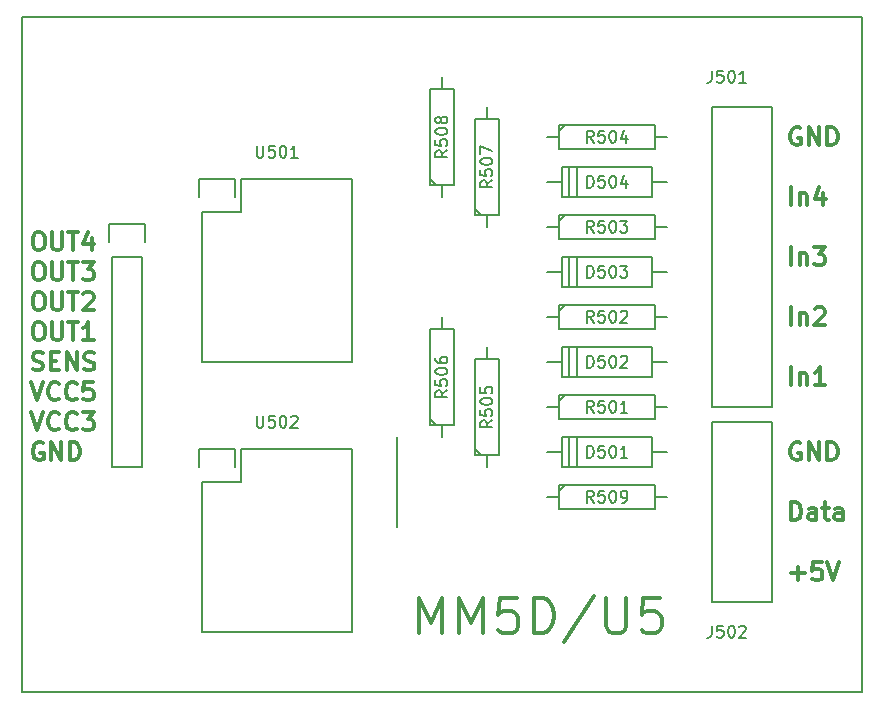
<source format=gbr>
G04 #@! TF.FileFunction,Legend,Top*
%FSLAX46Y46*%
G04 Gerber Fmt 4.6, Leading zero omitted, Abs format (unit mm)*
G04 Created by KiCad (PCBNEW 4.0.5+dfsg1-4) date Fri Feb 14 20:23:08 2020*
%MOMM*%
%LPD*%
G01*
G04 APERTURE LIST*
%ADD10C,0.150000*%
%ADD11C,0.300000*%
%ADD12C,0.200000*%
G04 APERTURE END LIST*
D10*
D11*
X133930715Y-123277143D02*
X133930715Y-120277143D01*
X134930715Y-122420000D01*
X135930715Y-120277143D01*
X135930715Y-123277143D01*
X137359286Y-123277143D02*
X137359286Y-120277143D01*
X138359286Y-122420000D01*
X139359286Y-120277143D01*
X139359286Y-123277143D01*
X142216428Y-120277143D02*
X140787857Y-120277143D01*
X140645000Y-121705714D01*
X140787857Y-121562857D01*
X141073571Y-121420000D01*
X141787857Y-121420000D01*
X142073571Y-121562857D01*
X142216428Y-121705714D01*
X142359285Y-121991429D01*
X142359285Y-122705714D01*
X142216428Y-122991429D01*
X142073571Y-123134286D01*
X141787857Y-123277143D01*
X141073571Y-123277143D01*
X140787857Y-123134286D01*
X140645000Y-122991429D01*
X143645000Y-123277143D02*
X143645000Y-120277143D01*
X144359285Y-120277143D01*
X144787857Y-120420000D01*
X145073571Y-120705714D01*
X145216428Y-120991429D01*
X145359285Y-121562857D01*
X145359285Y-121991429D01*
X145216428Y-122562857D01*
X145073571Y-122848571D01*
X144787857Y-123134286D01*
X144359285Y-123277143D01*
X143645000Y-123277143D01*
X148787857Y-120134286D02*
X146216428Y-123991429D01*
X149787857Y-120277143D02*
X149787857Y-122705714D01*
X149930714Y-122991429D01*
X150073571Y-123134286D01*
X150359285Y-123277143D01*
X150930714Y-123277143D01*
X151216428Y-123134286D01*
X151359285Y-122991429D01*
X151502142Y-122705714D01*
X151502142Y-120277143D01*
X154359285Y-120277143D02*
X152930714Y-120277143D01*
X152787857Y-121705714D01*
X152930714Y-121562857D01*
X153216428Y-121420000D01*
X153930714Y-121420000D01*
X154216428Y-121562857D01*
X154359285Y-121705714D01*
X154502142Y-121991429D01*
X154502142Y-122705714D01*
X154359285Y-122991429D01*
X154216428Y-123134286D01*
X153930714Y-123277143D01*
X153216428Y-123277143D01*
X152930714Y-123134286D01*
X152787857Y-122991429D01*
X101607857Y-89348571D02*
X101893571Y-89348571D01*
X102036429Y-89420000D01*
X102179286Y-89562857D01*
X102250714Y-89848571D01*
X102250714Y-90348571D01*
X102179286Y-90634286D01*
X102036429Y-90777143D01*
X101893571Y-90848571D01*
X101607857Y-90848571D01*
X101465000Y-90777143D01*
X101322143Y-90634286D01*
X101250714Y-90348571D01*
X101250714Y-89848571D01*
X101322143Y-89562857D01*
X101465000Y-89420000D01*
X101607857Y-89348571D01*
X102893572Y-89348571D02*
X102893572Y-90562857D01*
X102965000Y-90705714D01*
X103036429Y-90777143D01*
X103179286Y-90848571D01*
X103465000Y-90848571D01*
X103607858Y-90777143D01*
X103679286Y-90705714D01*
X103750715Y-90562857D01*
X103750715Y-89348571D01*
X104250715Y-89348571D02*
X105107858Y-89348571D01*
X104679287Y-90848571D02*
X104679287Y-89348571D01*
X106250715Y-89848571D02*
X106250715Y-90848571D01*
X105893572Y-89277143D02*
X105536429Y-90348571D01*
X106465001Y-90348571D01*
X101607857Y-91888571D02*
X101893571Y-91888571D01*
X102036429Y-91960000D01*
X102179286Y-92102857D01*
X102250714Y-92388571D01*
X102250714Y-92888571D01*
X102179286Y-93174286D01*
X102036429Y-93317143D01*
X101893571Y-93388571D01*
X101607857Y-93388571D01*
X101465000Y-93317143D01*
X101322143Y-93174286D01*
X101250714Y-92888571D01*
X101250714Y-92388571D01*
X101322143Y-92102857D01*
X101465000Y-91960000D01*
X101607857Y-91888571D01*
X102893572Y-91888571D02*
X102893572Y-93102857D01*
X102965000Y-93245714D01*
X103036429Y-93317143D01*
X103179286Y-93388571D01*
X103465000Y-93388571D01*
X103607858Y-93317143D01*
X103679286Y-93245714D01*
X103750715Y-93102857D01*
X103750715Y-91888571D01*
X104250715Y-91888571D02*
X105107858Y-91888571D01*
X104679287Y-93388571D02*
X104679287Y-91888571D01*
X105465001Y-91888571D02*
X106393572Y-91888571D01*
X105893572Y-92460000D01*
X106107858Y-92460000D01*
X106250715Y-92531429D01*
X106322144Y-92602857D01*
X106393572Y-92745714D01*
X106393572Y-93102857D01*
X106322144Y-93245714D01*
X106250715Y-93317143D01*
X106107858Y-93388571D01*
X105679286Y-93388571D01*
X105536429Y-93317143D01*
X105465001Y-93245714D01*
X101607857Y-94428571D02*
X101893571Y-94428571D01*
X102036429Y-94500000D01*
X102179286Y-94642857D01*
X102250714Y-94928571D01*
X102250714Y-95428571D01*
X102179286Y-95714286D01*
X102036429Y-95857143D01*
X101893571Y-95928571D01*
X101607857Y-95928571D01*
X101465000Y-95857143D01*
X101322143Y-95714286D01*
X101250714Y-95428571D01*
X101250714Y-94928571D01*
X101322143Y-94642857D01*
X101465000Y-94500000D01*
X101607857Y-94428571D01*
X102893572Y-94428571D02*
X102893572Y-95642857D01*
X102965000Y-95785714D01*
X103036429Y-95857143D01*
X103179286Y-95928571D01*
X103465000Y-95928571D01*
X103607858Y-95857143D01*
X103679286Y-95785714D01*
X103750715Y-95642857D01*
X103750715Y-94428571D01*
X104250715Y-94428571D02*
X105107858Y-94428571D01*
X104679287Y-95928571D02*
X104679287Y-94428571D01*
X105536429Y-94571429D02*
X105607858Y-94500000D01*
X105750715Y-94428571D01*
X106107858Y-94428571D01*
X106250715Y-94500000D01*
X106322144Y-94571429D01*
X106393572Y-94714286D01*
X106393572Y-94857143D01*
X106322144Y-95071429D01*
X105465001Y-95928571D01*
X106393572Y-95928571D01*
X101607857Y-96968571D02*
X101893571Y-96968571D01*
X102036429Y-97040000D01*
X102179286Y-97182857D01*
X102250714Y-97468571D01*
X102250714Y-97968571D01*
X102179286Y-98254286D01*
X102036429Y-98397143D01*
X101893571Y-98468571D01*
X101607857Y-98468571D01*
X101465000Y-98397143D01*
X101322143Y-98254286D01*
X101250714Y-97968571D01*
X101250714Y-97468571D01*
X101322143Y-97182857D01*
X101465000Y-97040000D01*
X101607857Y-96968571D01*
X102893572Y-96968571D02*
X102893572Y-98182857D01*
X102965000Y-98325714D01*
X103036429Y-98397143D01*
X103179286Y-98468571D01*
X103465000Y-98468571D01*
X103607858Y-98397143D01*
X103679286Y-98325714D01*
X103750715Y-98182857D01*
X103750715Y-96968571D01*
X104250715Y-96968571D02*
X105107858Y-96968571D01*
X104679287Y-98468571D02*
X104679287Y-96968571D01*
X106393572Y-98468571D02*
X105536429Y-98468571D01*
X105965001Y-98468571D02*
X105965001Y-96968571D01*
X105822144Y-97182857D01*
X105679286Y-97325714D01*
X105536429Y-97397143D01*
X101250714Y-100937143D02*
X101465000Y-101008571D01*
X101822143Y-101008571D01*
X101965000Y-100937143D01*
X102036429Y-100865714D01*
X102107857Y-100722857D01*
X102107857Y-100580000D01*
X102036429Y-100437143D01*
X101965000Y-100365714D01*
X101822143Y-100294286D01*
X101536429Y-100222857D01*
X101393571Y-100151429D01*
X101322143Y-100080000D01*
X101250714Y-99937143D01*
X101250714Y-99794286D01*
X101322143Y-99651429D01*
X101393571Y-99580000D01*
X101536429Y-99508571D01*
X101893571Y-99508571D01*
X102107857Y-99580000D01*
X102750714Y-100222857D02*
X103250714Y-100222857D01*
X103465000Y-101008571D02*
X102750714Y-101008571D01*
X102750714Y-99508571D01*
X103465000Y-99508571D01*
X104107857Y-101008571D02*
X104107857Y-99508571D01*
X104965000Y-101008571D01*
X104965000Y-99508571D01*
X105607857Y-100937143D02*
X105822143Y-101008571D01*
X106179286Y-101008571D01*
X106322143Y-100937143D01*
X106393572Y-100865714D01*
X106465000Y-100722857D01*
X106465000Y-100580000D01*
X106393572Y-100437143D01*
X106322143Y-100365714D01*
X106179286Y-100294286D01*
X105893572Y-100222857D01*
X105750714Y-100151429D01*
X105679286Y-100080000D01*
X105607857Y-99937143D01*
X105607857Y-99794286D01*
X105679286Y-99651429D01*
X105750714Y-99580000D01*
X105893572Y-99508571D01*
X106250714Y-99508571D01*
X106465000Y-99580000D01*
X101107857Y-102048571D02*
X101607857Y-103548571D01*
X102107857Y-102048571D01*
X103465000Y-103405714D02*
X103393571Y-103477143D01*
X103179285Y-103548571D01*
X103036428Y-103548571D01*
X102822143Y-103477143D01*
X102679285Y-103334286D01*
X102607857Y-103191429D01*
X102536428Y-102905714D01*
X102536428Y-102691429D01*
X102607857Y-102405714D01*
X102679285Y-102262857D01*
X102822143Y-102120000D01*
X103036428Y-102048571D01*
X103179285Y-102048571D01*
X103393571Y-102120000D01*
X103465000Y-102191429D01*
X104965000Y-103405714D02*
X104893571Y-103477143D01*
X104679285Y-103548571D01*
X104536428Y-103548571D01*
X104322143Y-103477143D01*
X104179285Y-103334286D01*
X104107857Y-103191429D01*
X104036428Y-102905714D01*
X104036428Y-102691429D01*
X104107857Y-102405714D01*
X104179285Y-102262857D01*
X104322143Y-102120000D01*
X104536428Y-102048571D01*
X104679285Y-102048571D01*
X104893571Y-102120000D01*
X104965000Y-102191429D01*
X106322143Y-102048571D02*
X105607857Y-102048571D01*
X105536428Y-102762857D01*
X105607857Y-102691429D01*
X105750714Y-102620000D01*
X106107857Y-102620000D01*
X106250714Y-102691429D01*
X106322143Y-102762857D01*
X106393571Y-102905714D01*
X106393571Y-103262857D01*
X106322143Y-103405714D01*
X106250714Y-103477143D01*
X106107857Y-103548571D01*
X105750714Y-103548571D01*
X105607857Y-103477143D01*
X105536428Y-103405714D01*
D12*
X132080000Y-114300000D02*
X132080000Y-106680000D01*
D11*
X165457143Y-118217143D02*
X166600000Y-118217143D01*
X166028571Y-118788571D02*
X166028571Y-117645714D01*
X168028572Y-117288571D02*
X167314286Y-117288571D01*
X167242857Y-118002857D01*
X167314286Y-117931429D01*
X167457143Y-117860000D01*
X167814286Y-117860000D01*
X167957143Y-117931429D01*
X168028572Y-118002857D01*
X168100000Y-118145714D01*
X168100000Y-118502857D01*
X168028572Y-118645714D01*
X167957143Y-118717143D01*
X167814286Y-118788571D01*
X167457143Y-118788571D01*
X167314286Y-118717143D01*
X167242857Y-118645714D01*
X168528571Y-117288571D02*
X169028571Y-118788571D01*
X169528571Y-117288571D01*
X165457143Y-113708571D02*
X165457143Y-112208571D01*
X165814286Y-112208571D01*
X166028571Y-112280000D01*
X166171429Y-112422857D01*
X166242857Y-112565714D01*
X166314286Y-112851429D01*
X166314286Y-113065714D01*
X166242857Y-113351429D01*
X166171429Y-113494286D01*
X166028571Y-113637143D01*
X165814286Y-113708571D01*
X165457143Y-113708571D01*
X167600000Y-113708571D02*
X167600000Y-112922857D01*
X167528571Y-112780000D01*
X167385714Y-112708571D01*
X167100000Y-112708571D01*
X166957143Y-112780000D01*
X167600000Y-113637143D02*
X167457143Y-113708571D01*
X167100000Y-113708571D01*
X166957143Y-113637143D01*
X166885714Y-113494286D01*
X166885714Y-113351429D01*
X166957143Y-113208571D01*
X167100000Y-113137143D01*
X167457143Y-113137143D01*
X167600000Y-113065714D01*
X168100000Y-112708571D02*
X168671429Y-112708571D01*
X168314286Y-112208571D02*
X168314286Y-113494286D01*
X168385714Y-113637143D01*
X168528572Y-113708571D01*
X168671429Y-113708571D01*
X169814286Y-113708571D02*
X169814286Y-112922857D01*
X169742857Y-112780000D01*
X169600000Y-112708571D01*
X169314286Y-112708571D01*
X169171429Y-112780000D01*
X169814286Y-113637143D02*
X169671429Y-113708571D01*
X169314286Y-113708571D01*
X169171429Y-113637143D01*
X169100000Y-113494286D01*
X169100000Y-113351429D01*
X169171429Y-113208571D01*
X169314286Y-113137143D01*
X169671429Y-113137143D01*
X169814286Y-113065714D01*
X166242857Y-107200000D02*
X166100000Y-107128571D01*
X165885714Y-107128571D01*
X165671429Y-107200000D01*
X165528571Y-107342857D01*
X165457143Y-107485714D01*
X165385714Y-107771429D01*
X165385714Y-107985714D01*
X165457143Y-108271429D01*
X165528571Y-108414286D01*
X165671429Y-108557143D01*
X165885714Y-108628571D01*
X166028571Y-108628571D01*
X166242857Y-108557143D01*
X166314286Y-108485714D01*
X166314286Y-107985714D01*
X166028571Y-107985714D01*
X166957143Y-108628571D02*
X166957143Y-107128571D01*
X167814286Y-108628571D01*
X167814286Y-107128571D01*
X168528572Y-108628571D02*
X168528572Y-107128571D01*
X168885715Y-107128571D01*
X169100000Y-107200000D01*
X169242858Y-107342857D01*
X169314286Y-107485714D01*
X169385715Y-107771429D01*
X169385715Y-107985714D01*
X169314286Y-108271429D01*
X169242858Y-108414286D01*
X169100000Y-108557143D01*
X168885715Y-108628571D01*
X168528572Y-108628571D01*
X165457143Y-102278571D02*
X165457143Y-100778571D01*
X166171429Y-101278571D02*
X166171429Y-102278571D01*
X166171429Y-101421429D02*
X166242857Y-101350000D01*
X166385715Y-101278571D01*
X166600000Y-101278571D01*
X166742857Y-101350000D01*
X166814286Y-101492857D01*
X166814286Y-102278571D01*
X168314286Y-102278571D02*
X167457143Y-102278571D01*
X167885715Y-102278571D02*
X167885715Y-100778571D01*
X167742858Y-100992857D01*
X167600000Y-101135714D01*
X167457143Y-101207143D01*
X165457143Y-97198571D02*
X165457143Y-95698571D01*
X166171429Y-96198571D02*
X166171429Y-97198571D01*
X166171429Y-96341429D02*
X166242857Y-96270000D01*
X166385715Y-96198571D01*
X166600000Y-96198571D01*
X166742857Y-96270000D01*
X166814286Y-96412857D01*
X166814286Y-97198571D01*
X167457143Y-95841429D02*
X167528572Y-95770000D01*
X167671429Y-95698571D01*
X168028572Y-95698571D01*
X168171429Y-95770000D01*
X168242858Y-95841429D01*
X168314286Y-95984286D01*
X168314286Y-96127143D01*
X168242858Y-96341429D01*
X167385715Y-97198571D01*
X168314286Y-97198571D01*
X165457143Y-92118571D02*
X165457143Y-90618571D01*
X166171429Y-91118571D02*
X166171429Y-92118571D01*
X166171429Y-91261429D02*
X166242857Y-91190000D01*
X166385715Y-91118571D01*
X166600000Y-91118571D01*
X166742857Y-91190000D01*
X166814286Y-91332857D01*
X166814286Y-92118571D01*
X167385715Y-90618571D02*
X168314286Y-90618571D01*
X167814286Y-91190000D01*
X168028572Y-91190000D01*
X168171429Y-91261429D01*
X168242858Y-91332857D01*
X168314286Y-91475714D01*
X168314286Y-91832857D01*
X168242858Y-91975714D01*
X168171429Y-92047143D01*
X168028572Y-92118571D01*
X167600000Y-92118571D01*
X167457143Y-92047143D01*
X167385715Y-91975714D01*
X165457143Y-87038571D02*
X165457143Y-85538571D01*
X166171429Y-86038571D02*
X166171429Y-87038571D01*
X166171429Y-86181429D02*
X166242857Y-86110000D01*
X166385715Y-86038571D01*
X166600000Y-86038571D01*
X166742857Y-86110000D01*
X166814286Y-86252857D01*
X166814286Y-87038571D01*
X168171429Y-86038571D02*
X168171429Y-87038571D01*
X167814286Y-85467143D02*
X167457143Y-86538571D01*
X168385715Y-86538571D01*
D12*
X158750000Y-120650000D02*
X158750000Y-105410000D01*
X163830000Y-120650000D02*
X158750000Y-120650000D01*
X163830000Y-105410000D02*
X163830000Y-120650000D01*
X158750000Y-105410000D02*
X163830000Y-105410000D01*
X163830000Y-104140000D02*
X163830000Y-78740000D01*
X158750000Y-104140000D02*
X163830000Y-104140000D01*
X158750000Y-78740000D02*
X158750000Y-104140000D01*
X163830000Y-78740000D02*
X158750000Y-78740000D01*
D11*
X166242857Y-80530000D02*
X166100000Y-80458571D01*
X165885714Y-80458571D01*
X165671429Y-80530000D01*
X165528571Y-80672857D01*
X165457143Y-80815714D01*
X165385714Y-81101429D01*
X165385714Y-81315714D01*
X165457143Y-81601429D01*
X165528571Y-81744286D01*
X165671429Y-81887143D01*
X165885714Y-81958571D01*
X166028571Y-81958571D01*
X166242857Y-81887143D01*
X166314286Y-81815714D01*
X166314286Y-81315714D01*
X166028571Y-81315714D01*
X166957143Y-81958571D02*
X166957143Y-80458571D01*
X167814286Y-81958571D01*
X167814286Y-80458571D01*
X168528572Y-81958571D02*
X168528572Y-80458571D01*
X168885715Y-80458571D01*
X169100000Y-80530000D01*
X169242858Y-80672857D01*
X169314286Y-80815714D01*
X169385715Y-81101429D01*
X169385715Y-81315714D01*
X169314286Y-81601429D01*
X169242858Y-81744286D01*
X169100000Y-81887143D01*
X168885715Y-81958571D01*
X168528572Y-81958571D01*
X102107857Y-107200000D02*
X101965000Y-107128571D01*
X101750714Y-107128571D01*
X101536429Y-107200000D01*
X101393571Y-107342857D01*
X101322143Y-107485714D01*
X101250714Y-107771429D01*
X101250714Y-107985714D01*
X101322143Y-108271429D01*
X101393571Y-108414286D01*
X101536429Y-108557143D01*
X101750714Y-108628571D01*
X101893571Y-108628571D01*
X102107857Y-108557143D01*
X102179286Y-108485714D01*
X102179286Y-107985714D01*
X101893571Y-107985714D01*
X102822143Y-108628571D02*
X102822143Y-107128571D01*
X103679286Y-108628571D01*
X103679286Y-107128571D01*
X104393572Y-108628571D02*
X104393572Y-107128571D01*
X104750715Y-107128571D01*
X104965000Y-107200000D01*
X105107858Y-107342857D01*
X105179286Y-107485714D01*
X105250715Y-107771429D01*
X105250715Y-107985714D01*
X105179286Y-108271429D01*
X105107858Y-108414286D01*
X104965000Y-108557143D01*
X104750715Y-108628571D01*
X104393572Y-108628571D01*
X101107857Y-104588571D02*
X101607857Y-106088571D01*
X102107857Y-104588571D01*
X103465000Y-105945714D02*
X103393571Y-106017143D01*
X103179285Y-106088571D01*
X103036428Y-106088571D01*
X102822143Y-106017143D01*
X102679285Y-105874286D01*
X102607857Y-105731429D01*
X102536428Y-105445714D01*
X102536428Y-105231429D01*
X102607857Y-104945714D01*
X102679285Y-104802857D01*
X102822143Y-104660000D01*
X103036428Y-104588571D01*
X103179285Y-104588571D01*
X103393571Y-104660000D01*
X103465000Y-104731429D01*
X104965000Y-105945714D02*
X104893571Y-106017143D01*
X104679285Y-106088571D01*
X104536428Y-106088571D01*
X104322143Y-106017143D01*
X104179285Y-105874286D01*
X104107857Y-105731429D01*
X104036428Y-105445714D01*
X104036428Y-105231429D01*
X104107857Y-104945714D01*
X104179285Y-104802857D01*
X104322143Y-104660000D01*
X104536428Y-104588571D01*
X104679285Y-104588571D01*
X104893571Y-104660000D01*
X104965000Y-104731429D01*
X105465000Y-104588571D02*
X106393571Y-104588571D01*
X105893571Y-105160000D01*
X106107857Y-105160000D01*
X106250714Y-105231429D01*
X106322143Y-105302857D01*
X106393571Y-105445714D01*
X106393571Y-105802857D01*
X106322143Y-105945714D01*
X106250714Y-106017143D01*
X106107857Y-106088571D01*
X105679285Y-106088571D01*
X105536428Y-106017143D01*
X105465000Y-105945714D01*
D10*
X171450000Y-71120000D02*
X100330000Y-71120000D01*
X171450000Y-128270000D02*
X171450000Y-71120000D01*
X100330000Y-128270000D02*
X171450000Y-128270000D01*
X100330000Y-71120000D02*
X100330000Y-128270000D01*
X128270000Y-110490000D02*
X128270000Y-107696000D01*
X128270000Y-107696000D02*
X118872000Y-107696000D01*
X118872000Y-107696000D02*
X118872000Y-110490000D01*
X118872000Y-110490000D02*
X118110000Y-110490000D01*
X118110000Y-123190000D02*
X125730000Y-123190000D01*
X125730000Y-123190000D02*
X125476000Y-123190000D01*
X128270000Y-123190000D02*
X125730000Y-123190000D01*
X128270000Y-110490000D02*
X128270000Y-123190000D01*
X118110000Y-123190000D02*
X115570000Y-123190000D01*
X115570000Y-123190000D02*
X115570000Y-110490000D01*
X118390000Y-107670000D02*
X118390000Y-109220000D01*
X118110000Y-110490000D02*
X115570000Y-110490000D01*
X115290000Y-109220000D02*
X115290000Y-107670000D01*
X115290000Y-107670000D02*
X118390000Y-107670000D01*
X135890000Y-86360000D02*
X135890000Y-85344000D01*
X135890000Y-85344000D02*
X134874000Y-85344000D01*
X134874000Y-85344000D02*
X134874000Y-77216000D01*
X134874000Y-77216000D02*
X136906000Y-77216000D01*
X136906000Y-77216000D02*
X136906000Y-85344000D01*
X136906000Y-85344000D02*
X135890000Y-85344000D01*
X135382000Y-85344000D02*
X134874000Y-84836000D01*
X135890000Y-76200000D02*
X135890000Y-77216000D01*
X144780000Y-111760000D02*
X145796000Y-111760000D01*
X145796000Y-111760000D02*
X145796000Y-110744000D01*
X145796000Y-110744000D02*
X153924000Y-110744000D01*
X153924000Y-110744000D02*
X153924000Y-112776000D01*
X153924000Y-112776000D02*
X145796000Y-112776000D01*
X145796000Y-112776000D02*
X145796000Y-111760000D01*
X145796000Y-111252000D02*
X146304000Y-110744000D01*
X154940000Y-111760000D02*
X153924000Y-111760000D01*
X135890000Y-106680000D02*
X135890000Y-105664000D01*
X135890000Y-105664000D02*
X134874000Y-105664000D01*
X134874000Y-105664000D02*
X134874000Y-97536000D01*
X134874000Y-97536000D02*
X136906000Y-97536000D01*
X136906000Y-97536000D02*
X136906000Y-105664000D01*
X136906000Y-105664000D02*
X135890000Y-105664000D01*
X135382000Y-105664000D02*
X134874000Y-105156000D01*
X135890000Y-96520000D02*
X135890000Y-97536000D01*
X139700000Y-88900000D02*
X139700000Y-87884000D01*
X139700000Y-87884000D02*
X138684000Y-87884000D01*
X138684000Y-87884000D02*
X138684000Y-79756000D01*
X138684000Y-79756000D02*
X140716000Y-79756000D01*
X140716000Y-79756000D02*
X140716000Y-87884000D01*
X140716000Y-87884000D02*
X139700000Y-87884000D01*
X139192000Y-87884000D02*
X138684000Y-87376000D01*
X139700000Y-78740000D02*
X139700000Y-79756000D01*
X144780000Y-88900000D02*
X145796000Y-88900000D01*
X145796000Y-88900000D02*
X145796000Y-87884000D01*
X145796000Y-87884000D02*
X153924000Y-87884000D01*
X153924000Y-87884000D02*
X153924000Y-89916000D01*
X153924000Y-89916000D02*
X145796000Y-89916000D01*
X145796000Y-89916000D02*
X145796000Y-88900000D01*
X145796000Y-88392000D02*
X146304000Y-87884000D01*
X154940000Y-88900000D02*
X153924000Y-88900000D01*
X128270000Y-87630000D02*
X128270000Y-84836000D01*
X128270000Y-84836000D02*
X118872000Y-84836000D01*
X118872000Y-84836000D02*
X118872000Y-87630000D01*
X118872000Y-87630000D02*
X118110000Y-87630000D01*
X118110000Y-100330000D02*
X125730000Y-100330000D01*
X125730000Y-100330000D02*
X125476000Y-100330000D01*
X128270000Y-100330000D02*
X125730000Y-100330000D01*
X128270000Y-87630000D02*
X128270000Y-100330000D01*
X118110000Y-100330000D02*
X115570000Y-100330000D01*
X115570000Y-100330000D02*
X115570000Y-87630000D01*
X118390000Y-84810000D02*
X118390000Y-86360000D01*
X118110000Y-87630000D02*
X115570000Y-87630000D01*
X115290000Y-86360000D02*
X115290000Y-84810000D01*
X115290000Y-84810000D02*
X118390000Y-84810000D01*
X107950000Y-91440000D02*
X107950000Y-109220000D01*
X107950000Y-109220000D02*
X110490000Y-109220000D01*
X110490000Y-109220000D02*
X110490000Y-91440000D01*
X107670000Y-88620000D02*
X107670000Y-90170000D01*
X107950000Y-91440000D02*
X110490000Y-91440000D01*
X110770000Y-90170000D02*
X110770000Y-88620000D01*
X110770000Y-88620000D02*
X107670000Y-88620000D01*
X144780000Y-81280000D02*
X145796000Y-81280000D01*
X145796000Y-81280000D02*
X145796000Y-80264000D01*
X145796000Y-80264000D02*
X153924000Y-80264000D01*
X153924000Y-80264000D02*
X153924000Y-82296000D01*
X153924000Y-82296000D02*
X145796000Y-82296000D01*
X145796000Y-82296000D02*
X145796000Y-81280000D01*
X145796000Y-80772000D02*
X146304000Y-80264000D01*
X154940000Y-81280000D02*
X153924000Y-81280000D01*
X144780000Y-96520000D02*
X145796000Y-96520000D01*
X145796000Y-96520000D02*
X145796000Y-95504000D01*
X145796000Y-95504000D02*
X153924000Y-95504000D01*
X153924000Y-95504000D02*
X153924000Y-97536000D01*
X153924000Y-97536000D02*
X145796000Y-97536000D01*
X145796000Y-97536000D02*
X145796000Y-96520000D01*
X145796000Y-96012000D02*
X146304000Y-95504000D01*
X154940000Y-96520000D02*
X153924000Y-96520000D01*
X144780000Y-104140000D02*
X145796000Y-104140000D01*
X145796000Y-104140000D02*
X145796000Y-103124000D01*
X145796000Y-103124000D02*
X153924000Y-103124000D01*
X153924000Y-103124000D02*
X153924000Y-105156000D01*
X153924000Y-105156000D02*
X145796000Y-105156000D01*
X145796000Y-105156000D02*
X145796000Y-104140000D01*
X145796000Y-103632000D02*
X146304000Y-103124000D01*
X154940000Y-104140000D02*
X153924000Y-104140000D01*
X139700000Y-109220000D02*
X139700000Y-108204000D01*
X139700000Y-108204000D02*
X138684000Y-108204000D01*
X138684000Y-108204000D02*
X138684000Y-100076000D01*
X138684000Y-100076000D02*
X140716000Y-100076000D01*
X140716000Y-100076000D02*
X140716000Y-108204000D01*
X140716000Y-108204000D02*
X139700000Y-108204000D01*
X139192000Y-108204000D02*
X138684000Y-107696000D01*
X139700000Y-99060000D02*
X139700000Y-100076000D01*
X153670000Y-86360000D02*
X146050000Y-86360000D01*
X146050000Y-86360000D02*
X146050000Y-83820000D01*
X146050000Y-83820000D02*
X153670000Y-83820000D01*
X153670000Y-83820000D02*
X153670000Y-86360000D01*
X146685000Y-86360000D02*
X146685000Y-83820000D01*
X147320000Y-83820000D02*
X147320000Y-86360000D01*
X153670000Y-85090000D02*
X154940000Y-85090000D01*
X146050000Y-85090000D02*
X144780000Y-85090000D01*
X153670000Y-93980000D02*
X146050000Y-93980000D01*
X146050000Y-93980000D02*
X146050000Y-91440000D01*
X146050000Y-91440000D02*
X153670000Y-91440000D01*
X153670000Y-91440000D02*
X153670000Y-93980000D01*
X146685000Y-93980000D02*
X146685000Y-91440000D01*
X147320000Y-91440000D02*
X147320000Y-93980000D01*
X153670000Y-92710000D02*
X154940000Y-92710000D01*
X146050000Y-92710000D02*
X144780000Y-92710000D01*
X153670000Y-101600000D02*
X146050000Y-101600000D01*
X146050000Y-101600000D02*
X146050000Y-99060000D01*
X146050000Y-99060000D02*
X153670000Y-99060000D01*
X153670000Y-99060000D02*
X153670000Y-101600000D01*
X146685000Y-101600000D02*
X146685000Y-99060000D01*
X147320000Y-99060000D02*
X147320000Y-101600000D01*
X153670000Y-100330000D02*
X154940000Y-100330000D01*
X146050000Y-100330000D02*
X144780000Y-100330000D01*
X153670000Y-109220000D02*
X146050000Y-109220000D01*
X146050000Y-109220000D02*
X146050000Y-106680000D01*
X146050000Y-106680000D02*
X153670000Y-106680000D01*
X153670000Y-106680000D02*
X153670000Y-109220000D01*
X146685000Y-109220000D02*
X146685000Y-106680000D01*
X147320000Y-106680000D02*
X147320000Y-109220000D01*
X153670000Y-107950000D02*
X154940000Y-107950000D01*
X146050000Y-107950000D02*
X144780000Y-107950000D01*
X120205714Y-104862381D02*
X120205714Y-105671905D01*
X120253333Y-105767143D01*
X120300952Y-105814762D01*
X120396190Y-105862381D01*
X120586667Y-105862381D01*
X120681905Y-105814762D01*
X120729524Y-105767143D01*
X120777143Y-105671905D01*
X120777143Y-104862381D01*
X121729524Y-104862381D02*
X121253333Y-104862381D01*
X121205714Y-105338571D01*
X121253333Y-105290952D01*
X121348571Y-105243333D01*
X121586667Y-105243333D01*
X121681905Y-105290952D01*
X121729524Y-105338571D01*
X121777143Y-105433810D01*
X121777143Y-105671905D01*
X121729524Y-105767143D01*
X121681905Y-105814762D01*
X121586667Y-105862381D01*
X121348571Y-105862381D01*
X121253333Y-105814762D01*
X121205714Y-105767143D01*
X122396190Y-104862381D02*
X122491429Y-104862381D01*
X122586667Y-104910000D01*
X122634286Y-104957619D01*
X122681905Y-105052857D01*
X122729524Y-105243333D01*
X122729524Y-105481429D01*
X122681905Y-105671905D01*
X122634286Y-105767143D01*
X122586667Y-105814762D01*
X122491429Y-105862381D01*
X122396190Y-105862381D01*
X122300952Y-105814762D01*
X122253333Y-105767143D01*
X122205714Y-105671905D01*
X122158095Y-105481429D01*
X122158095Y-105243333D01*
X122205714Y-105052857D01*
X122253333Y-104957619D01*
X122300952Y-104910000D01*
X122396190Y-104862381D01*
X123110476Y-104957619D02*
X123158095Y-104910000D01*
X123253333Y-104862381D01*
X123491429Y-104862381D01*
X123586667Y-104910000D01*
X123634286Y-104957619D01*
X123681905Y-105052857D01*
X123681905Y-105148095D01*
X123634286Y-105290952D01*
X123062857Y-105862381D01*
X123681905Y-105862381D01*
X136342381Y-82399047D02*
X135866190Y-82732381D01*
X136342381Y-82970476D02*
X135342381Y-82970476D01*
X135342381Y-82589523D01*
X135390000Y-82494285D01*
X135437619Y-82446666D01*
X135532857Y-82399047D01*
X135675714Y-82399047D01*
X135770952Y-82446666D01*
X135818571Y-82494285D01*
X135866190Y-82589523D01*
X135866190Y-82970476D01*
X135342381Y-81494285D02*
X135342381Y-81970476D01*
X135818571Y-82018095D01*
X135770952Y-81970476D01*
X135723333Y-81875238D01*
X135723333Y-81637142D01*
X135770952Y-81541904D01*
X135818571Y-81494285D01*
X135913810Y-81446666D01*
X136151905Y-81446666D01*
X136247143Y-81494285D01*
X136294762Y-81541904D01*
X136342381Y-81637142D01*
X136342381Y-81875238D01*
X136294762Y-81970476D01*
X136247143Y-82018095D01*
X135342381Y-80827619D02*
X135342381Y-80732380D01*
X135390000Y-80637142D01*
X135437619Y-80589523D01*
X135532857Y-80541904D01*
X135723333Y-80494285D01*
X135961429Y-80494285D01*
X136151905Y-80541904D01*
X136247143Y-80589523D01*
X136294762Y-80637142D01*
X136342381Y-80732380D01*
X136342381Y-80827619D01*
X136294762Y-80922857D01*
X136247143Y-80970476D01*
X136151905Y-81018095D01*
X135961429Y-81065714D01*
X135723333Y-81065714D01*
X135532857Y-81018095D01*
X135437619Y-80970476D01*
X135390000Y-80922857D01*
X135342381Y-80827619D01*
X135770952Y-79922857D02*
X135723333Y-80018095D01*
X135675714Y-80065714D01*
X135580476Y-80113333D01*
X135532857Y-80113333D01*
X135437619Y-80065714D01*
X135390000Y-80018095D01*
X135342381Y-79922857D01*
X135342381Y-79732380D01*
X135390000Y-79637142D01*
X135437619Y-79589523D01*
X135532857Y-79541904D01*
X135580476Y-79541904D01*
X135675714Y-79589523D01*
X135723333Y-79637142D01*
X135770952Y-79732380D01*
X135770952Y-79922857D01*
X135818571Y-80018095D01*
X135866190Y-80065714D01*
X135961429Y-80113333D01*
X136151905Y-80113333D01*
X136247143Y-80065714D01*
X136294762Y-80018095D01*
X136342381Y-79922857D01*
X136342381Y-79732380D01*
X136294762Y-79637142D01*
X136247143Y-79589523D01*
X136151905Y-79541904D01*
X135961429Y-79541904D01*
X135866190Y-79589523D01*
X135818571Y-79637142D01*
X135770952Y-79732380D01*
X148740953Y-112212381D02*
X148407619Y-111736190D01*
X148169524Y-112212381D02*
X148169524Y-111212381D01*
X148550477Y-111212381D01*
X148645715Y-111260000D01*
X148693334Y-111307619D01*
X148740953Y-111402857D01*
X148740953Y-111545714D01*
X148693334Y-111640952D01*
X148645715Y-111688571D01*
X148550477Y-111736190D01*
X148169524Y-111736190D01*
X149645715Y-111212381D02*
X149169524Y-111212381D01*
X149121905Y-111688571D01*
X149169524Y-111640952D01*
X149264762Y-111593333D01*
X149502858Y-111593333D01*
X149598096Y-111640952D01*
X149645715Y-111688571D01*
X149693334Y-111783810D01*
X149693334Y-112021905D01*
X149645715Y-112117143D01*
X149598096Y-112164762D01*
X149502858Y-112212381D01*
X149264762Y-112212381D01*
X149169524Y-112164762D01*
X149121905Y-112117143D01*
X150312381Y-111212381D02*
X150407620Y-111212381D01*
X150502858Y-111260000D01*
X150550477Y-111307619D01*
X150598096Y-111402857D01*
X150645715Y-111593333D01*
X150645715Y-111831429D01*
X150598096Y-112021905D01*
X150550477Y-112117143D01*
X150502858Y-112164762D01*
X150407620Y-112212381D01*
X150312381Y-112212381D01*
X150217143Y-112164762D01*
X150169524Y-112117143D01*
X150121905Y-112021905D01*
X150074286Y-111831429D01*
X150074286Y-111593333D01*
X150121905Y-111402857D01*
X150169524Y-111307619D01*
X150217143Y-111260000D01*
X150312381Y-111212381D01*
X151121905Y-112212381D02*
X151312381Y-112212381D01*
X151407620Y-112164762D01*
X151455239Y-112117143D01*
X151550477Y-111974286D01*
X151598096Y-111783810D01*
X151598096Y-111402857D01*
X151550477Y-111307619D01*
X151502858Y-111260000D01*
X151407620Y-111212381D01*
X151217143Y-111212381D01*
X151121905Y-111260000D01*
X151074286Y-111307619D01*
X151026667Y-111402857D01*
X151026667Y-111640952D01*
X151074286Y-111736190D01*
X151121905Y-111783810D01*
X151217143Y-111831429D01*
X151407620Y-111831429D01*
X151502858Y-111783810D01*
X151550477Y-111736190D01*
X151598096Y-111640952D01*
X136342381Y-102719047D02*
X135866190Y-103052381D01*
X136342381Y-103290476D02*
X135342381Y-103290476D01*
X135342381Y-102909523D01*
X135390000Y-102814285D01*
X135437619Y-102766666D01*
X135532857Y-102719047D01*
X135675714Y-102719047D01*
X135770952Y-102766666D01*
X135818571Y-102814285D01*
X135866190Y-102909523D01*
X135866190Y-103290476D01*
X135342381Y-101814285D02*
X135342381Y-102290476D01*
X135818571Y-102338095D01*
X135770952Y-102290476D01*
X135723333Y-102195238D01*
X135723333Y-101957142D01*
X135770952Y-101861904D01*
X135818571Y-101814285D01*
X135913810Y-101766666D01*
X136151905Y-101766666D01*
X136247143Y-101814285D01*
X136294762Y-101861904D01*
X136342381Y-101957142D01*
X136342381Y-102195238D01*
X136294762Y-102290476D01*
X136247143Y-102338095D01*
X135342381Y-101147619D02*
X135342381Y-101052380D01*
X135390000Y-100957142D01*
X135437619Y-100909523D01*
X135532857Y-100861904D01*
X135723333Y-100814285D01*
X135961429Y-100814285D01*
X136151905Y-100861904D01*
X136247143Y-100909523D01*
X136294762Y-100957142D01*
X136342381Y-101052380D01*
X136342381Y-101147619D01*
X136294762Y-101242857D01*
X136247143Y-101290476D01*
X136151905Y-101338095D01*
X135961429Y-101385714D01*
X135723333Y-101385714D01*
X135532857Y-101338095D01*
X135437619Y-101290476D01*
X135390000Y-101242857D01*
X135342381Y-101147619D01*
X135342381Y-99957142D02*
X135342381Y-100147619D01*
X135390000Y-100242857D01*
X135437619Y-100290476D01*
X135580476Y-100385714D01*
X135770952Y-100433333D01*
X136151905Y-100433333D01*
X136247143Y-100385714D01*
X136294762Y-100338095D01*
X136342381Y-100242857D01*
X136342381Y-100052380D01*
X136294762Y-99957142D01*
X136247143Y-99909523D01*
X136151905Y-99861904D01*
X135913810Y-99861904D01*
X135818571Y-99909523D01*
X135770952Y-99957142D01*
X135723333Y-100052380D01*
X135723333Y-100242857D01*
X135770952Y-100338095D01*
X135818571Y-100385714D01*
X135913810Y-100433333D01*
X140152381Y-84939047D02*
X139676190Y-85272381D01*
X140152381Y-85510476D02*
X139152381Y-85510476D01*
X139152381Y-85129523D01*
X139200000Y-85034285D01*
X139247619Y-84986666D01*
X139342857Y-84939047D01*
X139485714Y-84939047D01*
X139580952Y-84986666D01*
X139628571Y-85034285D01*
X139676190Y-85129523D01*
X139676190Y-85510476D01*
X139152381Y-84034285D02*
X139152381Y-84510476D01*
X139628571Y-84558095D01*
X139580952Y-84510476D01*
X139533333Y-84415238D01*
X139533333Y-84177142D01*
X139580952Y-84081904D01*
X139628571Y-84034285D01*
X139723810Y-83986666D01*
X139961905Y-83986666D01*
X140057143Y-84034285D01*
X140104762Y-84081904D01*
X140152381Y-84177142D01*
X140152381Y-84415238D01*
X140104762Y-84510476D01*
X140057143Y-84558095D01*
X139152381Y-83367619D02*
X139152381Y-83272380D01*
X139200000Y-83177142D01*
X139247619Y-83129523D01*
X139342857Y-83081904D01*
X139533333Y-83034285D01*
X139771429Y-83034285D01*
X139961905Y-83081904D01*
X140057143Y-83129523D01*
X140104762Y-83177142D01*
X140152381Y-83272380D01*
X140152381Y-83367619D01*
X140104762Y-83462857D01*
X140057143Y-83510476D01*
X139961905Y-83558095D01*
X139771429Y-83605714D01*
X139533333Y-83605714D01*
X139342857Y-83558095D01*
X139247619Y-83510476D01*
X139200000Y-83462857D01*
X139152381Y-83367619D01*
X139152381Y-82700952D02*
X139152381Y-82034285D01*
X140152381Y-82462857D01*
X148740953Y-89352381D02*
X148407619Y-88876190D01*
X148169524Y-89352381D02*
X148169524Y-88352381D01*
X148550477Y-88352381D01*
X148645715Y-88400000D01*
X148693334Y-88447619D01*
X148740953Y-88542857D01*
X148740953Y-88685714D01*
X148693334Y-88780952D01*
X148645715Y-88828571D01*
X148550477Y-88876190D01*
X148169524Y-88876190D01*
X149645715Y-88352381D02*
X149169524Y-88352381D01*
X149121905Y-88828571D01*
X149169524Y-88780952D01*
X149264762Y-88733333D01*
X149502858Y-88733333D01*
X149598096Y-88780952D01*
X149645715Y-88828571D01*
X149693334Y-88923810D01*
X149693334Y-89161905D01*
X149645715Y-89257143D01*
X149598096Y-89304762D01*
X149502858Y-89352381D01*
X149264762Y-89352381D01*
X149169524Y-89304762D01*
X149121905Y-89257143D01*
X150312381Y-88352381D02*
X150407620Y-88352381D01*
X150502858Y-88400000D01*
X150550477Y-88447619D01*
X150598096Y-88542857D01*
X150645715Y-88733333D01*
X150645715Y-88971429D01*
X150598096Y-89161905D01*
X150550477Y-89257143D01*
X150502858Y-89304762D01*
X150407620Y-89352381D01*
X150312381Y-89352381D01*
X150217143Y-89304762D01*
X150169524Y-89257143D01*
X150121905Y-89161905D01*
X150074286Y-88971429D01*
X150074286Y-88733333D01*
X150121905Y-88542857D01*
X150169524Y-88447619D01*
X150217143Y-88400000D01*
X150312381Y-88352381D01*
X150979048Y-88352381D02*
X151598096Y-88352381D01*
X151264762Y-88733333D01*
X151407620Y-88733333D01*
X151502858Y-88780952D01*
X151550477Y-88828571D01*
X151598096Y-88923810D01*
X151598096Y-89161905D01*
X151550477Y-89257143D01*
X151502858Y-89304762D01*
X151407620Y-89352381D01*
X151121905Y-89352381D01*
X151026667Y-89304762D01*
X150979048Y-89257143D01*
X158734286Y-75652381D02*
X158734286Y-76366667D01*
X158686666Y-76509524D01*
X158591428Y-76604762D01*
X158448571Y-76652381D01*
X158353333Y-76652381D01*
X159686667Y-75652381D02*
X159210476Y-75652381D01*
X159162857Y-76128571D01*
X159210476Y-76080952D01*
X159305714Y-76033333D01*
X159543810Y-76033333D01*
X159639048Y-76080952D01*
X159686667Y-76128571D01*
X159734286Y-76223810D01*
X159734286Y-76461905D01*
X159686667Y-76557143D01*
X159639048Y-76604762D01*
X159543810Y-76652381D01*
X159305714Y-76652381D01*
X159210476Y-76604762D01*
X159162857Y-76557143D01*
X160353333Y-75652381D02*
X160448572Y-75652381D01*
X160543810Y-75700000D01*
X160591429Y-75747619D01*
X160639048Y-75842857D01*
X160686667Y-76033333D01*
X160686667Y-76271429D01*
X160639048Y-76461905D01*
X160591429Y-76557143D01*
X160543810Y-76604762D01*
X160448572Y-76652381D01*
X160353333Y-76652381D01*
X160258095Y-76604762D01*
X160210476Y-76557143D01*
X160162857Y-76461905D01*
X160115238Y-76271429D01*
X160115238Y-76033333D01*
X160162857Y-75842857D01*
X160210476Y-75747619D01*
X160258095Y-75700000D01*
X160353333Y-75652381D01*
X161639048Y-76652381D02*
X161067619Y-76652381D01*
X161353333Y-76652381D02*
X161353333Y-75652381D01*
X161258095Y-75795238D01*
X161162857Y-75890476D01*
X161067619Y-75938095D01*
X158734286Y-122642381D02*
X158734286Y-123356667D01*
X158686666Y-123499524D01*
X158591428Y-123594762D01*
X158448571Y-123642381D01*
X158353333Y-123642381D01*
X159686667Y-122642381D02*
X159210476Y-122642381D01*
X159162857Y-123118571D01*
X159210476Y-123070952D01*
X159305714Y-123023333D01*
X159543810Y-123023333D01*
X159639048Y-123070952D01*
X159686667Y-123118571D01*
X159734286Y-123213810D01*
X159734286Y-123451905D01*
X159686667Y-123547143D01*
X159639048Y-123594762D01*
X159543810Y-123642381D01*
X159305714Y-123642381D01*
X159210476Y-123594762D01*
X159162857Y-123547143D01*
X160353333Y-122642381D02*
X160448572Y-122642381D01*
X160543810Y-122690000D01*
X160591429Y-122737619D01*
X160639048Y-122832857D01*
X160686667Y-123023333D01*
X160686667Y-123261429D01*
X160639048Y-123451905D01*
X160591429Y-123547143D01*
X160543810Y-123594762D01*
X160448572Y-123642381D01*
X160353333Y-123642381D01*
X160258095Y-123594762D01*
X160210476Y-123547143D01*
X160162857Y-123451905D01*
X160115238Y-123261429D01*
X160115238Y-123023333D01*
X160162857Y-122832857D01*
X160210476Y-122737619D01*
X160258095Y-122690000D01*
X160353333Y-122642381D01*
X161067619Y-122737619D02*
X161115238Y-122690000D01*
X161210476Y-122642381D01*
X161448572Y-122642381D01*
X161543810Y-122690000D01*
X161591429Y-122737619D01*
X161639048Y-122832857D01*
X161639048Y-122928095D01*
X161591429Y-123070952D01*
X161020000Y-123642381D01*
X161639048Y-123642381D01*
X120205714Y-82002381D02*
X120205714Y-82811905D01*
X120253333Y-82907143D01*
X120300952Y-82954762D01*
X120396190Y-83002381D01*
X120586667Y-83002381D01*
X120681905Y-82954762D01*
X120729524Y-82907143D01*
X120777143Y-82811905D01*
X120777143Y-82002381D01*
X121729524Y-82002381D02*
X121253333Y-82002381D01*
X121205714Y-82478571D01*
X121253333Y-82430952D01*
X121348571Y-82383333D01*
X121586667Y-82383333D01*
X121681905Y-82430952D01*
X121729524Y-82478571D01*
X121777143Y-82573810D01*
X121777143Y-82811905D01*
X121729524Y-82907143D01*
X121681905Y-82954762D01*
X121586667Y-83002381D01*
X121348571Y-83002381D01*
X121253333Y-82954762D01*
X121205714Y-82907143D01*
X122396190Y-82002381D02*
X122491429Y-82002381D01*
X122586667Y-82050000D01*
X122634286Y-82097619D01*
X122681905Y-82192857D01*
X122729524Y-82383333D01*
X122729524Y-82621429D01*
X122681905Y-82811905D01*
X122634286Y-82907143D01*
X122586667Y-82954762D01*
X122491429Y-83002381D01*
X122396190Y-83002381D01*
X122300952Y-82954762D01*
X122253333Y-82907143D01*
X122205714Y-82811905D01*
X122158095Y-82621429D01*
X122158095Y-82383333D01*
X122205714Y-82192857D01*
X122253333Y-82097619D01*
X122300952Y-82050000D01*
X122396190Y-82002381D01*
X123681905Y-83002381D02*
X123110476Y-83002381D01*
X123396190Y-83002381D02*
X123396190Y-82002381D01*
X123300952Y-82145238D01*
X123205714Y-82240476D01*
X123110476Y-82288095D01*
X148740953Y-81732381D02*
X148407619Y-81256190D01*
X148169524Y-81732381D02*
X148169524Y-80732381D01*
X148550477Y-80732381D01*
X148645715Y-80780000D01*
X148693334Y-80827619D01*
X148740953Y-80922857D01*
X148740953Y-81065714D01*
X148693334Y-81160952D01*
X148645715Y-81208571D01*
X148550477Y-81256190D01*
X148169524Y-81256190D01*
X149645715Y-80732381D02*
X149169524Y-80732381D01*
X149121905Y-81208571D01*
X149169524Y-81160952D01*
X149264762Y-81113333D01*
X149502858Y-81113333D01*
X149598096Y-81160952D01*
X149645715Y-81208571D01*
X149693334Y-81303810D01*
X149693334Y-81541905D01*
X149645715Y-81637143D01*
X149598096Y-81684762D01*
X149502858Y-81732381D01*
X149264762Y-81732381D01*
X149169524Y-81684762D01*
X149121905Y-81637143D01*
X150312381Y-80732381D02*
X150407620Y-80732381D01*
X150502858Y-80780000D01*
X150550477Y-80827619D01*
X150598096Y-80922857D01*
X150645715Y-81113333D01*
X150645715Y-81351429D01*
X150598096Y-81541905D01*
X150550477Y-81637143D01*
X150502858Y-81684762D01*
X150407620Y-81732381D01*
X150312381Y-81732381D01*
X150217143Y-81684762D01*
X150169524Y-81637143D01*
X150121905Y-81541905D01*
X150074286Y-81351429D01*
X150074286Y-81113333D01*
X150121905Y-80922857D01*
X150169524Y-80827619D01*
X150217143Y-80780000D01*
X150312381Y-80732381D01*
X151502858Y-81065714D02*
X151502858Y-81732381D01*
X151264762Y-80684762D02*
X151026667Y-81399048D01*
X151645715Y-81399048D01*
X148740953Y-96972381D02*
X148407619Y-96496190D01*
X148169524Y-96972381D02*
X148169524Y-95972381D01*
X148550477Y-95972381D01*
X148645715Y-96020000D01*
X148693334Y-96067619D01*
X148740953Y-96162857D01*
X148740953Y-96305714D01*
X148693334Y-96400952D01*
X148645715Y-96448571D01*
X148550477Y-96496190D01*
X148169524Y-96496190D01*
X149645715Y-95972381D02*
X149169524Y-95972381D01*
X149121905Y-96448571D01*
X149169524Y-96400952D01*
X149264762Y-96353333D01*
X149502858Y-96353333D01*
X149598096Y-96400952D01*
X149645715Y-96448571D01*
X149693334Y-96543810D01*
X149693334Y-96781905D01*
X149645715Y-96877143D01*
X149598096Y-96924762D01*
X149502858Y-96972381D01*
X149264762Y-96972381D01*
X149169524Y-96924762D01*
X149121905Y-96877143D01*
X150312381Y-95972381D02*
X150407620Y-95972381D01*
X150502858Y-96020000D01*
X150550477Y-96067619D01*
X150598096Y-96162857D01*
X150645715Y-96353333D01*
X150645715Y-96591429D01*
X150598096Y-96781905D01*
X150550477Y-96877143D01*
X150502858Y-96924762D01*
X150407620Y-96972381D01*
X150312381Y-96972381D01*
X150217143Y-96924762D01*
X150169524Y-96877143D01*
X150121905Y-96781905D01*
X150074286Y-96591429D01*
X150074286Y-96353333D01*
X150121905Y-96162857D01*
X150169524Y-96067619D01*
X150217143Y-96020000D01*
X150312381Y-95972381D01*
X151026667Y-96067619D02*
X151074286Y-96020000D01*
X151169524Y-95972381D01*
X151407620Y-95972381D01*
X151502858Y-96020000D01*
X151550477Y-96067619D01*
X151598096Y-96162857D01*
X151598096Y-96258095D01*
X151550477Y-96400952D01*
X150979048Y-96972381D01*
X151598096Y-96972381D01*
X148740953Y-104592381D02*
X148407619Y-104116190D01*
X148169524Y-104592381D02*
X148169524Y-103592381D01*
X148550477Y-103592381D01*
X148645715Y-103640000D01*
X148693334Y-103687619D01*
X148740953Y-103782857D01*
X148740953Y-103925714D01*
X148693334Y-104020952D01*
X148645715Y-104068571D01*
X148550477Y-104116190D01*
X148169524Y-104116190D01*
X149645715Y-103592381D02*
X149169524Y-103592381D01*
X149121905Y-104068571D01*
X149169524Y-104020952D01*
X149264762Y-103973333D01*
X149502858Y-103973333D01*
X149598096Y-104020952D01*
X149645715Y-104068571D01*
X149693334Y-104163810D01*
X149693334Y-104401905D01*
X149645715Y-104497143D01*
X149598096Y-104544762D01*
X149502858Y-104592381D01*
X149264762Y-104592381D01*
X149169524Y-104544762D01*
X149121905Y-104497143D01*
X150312381Y-103592381D02*
X150407620Y-103592381D01*
X150502858Y-103640000D01*
X150550477Y-103687619D01*
X150598096Y-103782857D01*
X150645715Y-103973333D01*
X150645715Y-104211429D01*
X150598096Y-104401905D01*
X150550477Y-104497143D01*
X150502858Y-104544762D01*
X150407620Y-104592381D01*
X150312381Y-104592381D01*
X150217143Y-104544762D01*
X150169524Y-104497143D01*
X150121905Y-104401905D01*
X150074286Y-104211429D01*
X150074286Y-103973333D01*
X150121905Y-103782857D01*
X150169524Y-103687619D01*
X150217143Y-103640000D01*
X150312381Y-103592381D01*
X151598096Y-104592381D02*
X151026667Y-104592381D01*
X151312381Y-104592381D02*
X151312381Y-103592381D01*
X151217143Y-103735238D01*
X151121905Y-103830476D01*
X151026667Y-103878095D01*
X140152381Y-105259047D02*
X139676190Y-105592381D01*
X140152381Y-105830476D02*
X139152381Y-105830476D01*
X139152381Y-105449523D01*
X139200000Y-105354285D01*
X139247619Y-105306666D01*
X139342857Y-105259047D01*
X139485714Y-105259047D01*
X139580952Y-105306666D01*
X139628571Y-105354285D01*
X139676190Y-105449523D01*
X139676190Y-105830476D01*
X139152381Y-104354285D02*
X139152381Y-104830476D01*
X139628571Y-104878095D01*
X139580952Y-104830476D01*
X139533333Y-104735238D01*
X139533333Y-104497142D01*
X139580952Y-104401904D01*
X139628571Y-104354285D01*
X139723810Y-104306666D01*
X139961905Y-104306666D01*
X140057143Y-104354285D01*
X140104762Y-104401904D01*
X140152381Y-104497142D01*
X140152381Y-104735238D01*
X140104762Y-104830476D01*
X140057143Y-104878095D01*
X139152381Y-103687619D02*
X139152381Y-103592380D01*
X139200000Y-103497142D01*
X139247619Y-103449523D01*
X139342857Y-103401904D01*
X139533333Y-103354285D01*
X139771429Y-103354285D01*
X139961905Y-103401904D01*
X140057143Y-103449523D01*
X140104762Y-103497142D01*
X140152381Y-103592380D01*
X140152381Y-103687619D01*
X140104762Y-103782857D01*
X140057143Y-103830476D01*
X139961905Y-103878095D01*
X139771429Y-103925714D01*
X139533333Y-103925714D01*
X139342857Y-103878095D01*
X139247619Y-103830476D01*
X139200000Y-103782857D01*
X139152381Y-103687619D01*
X139152381Y-102449523D02*
X139152381Y-102925714D01*
X139628571Y-102973333D01*
X139580952Y-102925714D01*
X139533333Y-102830476D01*
X139533333Y-102592380D01*
X139580952Y-102497142D01*
X139628571Y-102449523D01*
X139723810Y-102401904D01*
X139961905Y-102401904D01*
X140057143Y-102449523D01*
X140104762Y-102497142D01*
X140152381Y-102592380D01*
X140152381Y-102830476D01*
X140104762Y-102925714D01*
X140057143Y-102973333D01*
X148169524Y-85542381D02*
X148169524Y-84542381D01*
X148407619Y-84542381D01*
X148550477Y-84590000D01*
X148645715Y-84685238D01*
X148693334Y-84780476D01*
X148740953Y-84970952D01*
X148740953Y-85113810D01*
X148693334Y-85304286D01*
X148645715Y-85399524D01*
X148550477Y-85494762D01*
X148407619Y-85542381D01*
X148169524Y-85542381D01*
X149645715Y-84542381D02*
X149169524Y-84542381D01*
X149121905Y-85018571D01*
X149169524Y-84970952D01*
X149264762Y-84923333D01*
X149502858Y-84923333D01*
X149598096Y-84970952D01*
X149645715Y-85018571D01*
X149693334Y-85113810D01*
X149693334Y-85351905D01*
X149645715Y-85447143D01*
X149598096Y-85494762D01*
X149502858Y-85542381D01*
X149264762Y-85542381D01*
X149169524Y-85494762D01*
X149121905Y-85447143D01*
X150312381Y-84542381D02*
X150407620Y-84542381D01*
X150502858Y-84590000D01*
X150550477Y-84637619D01*
X150598096Y-84732857D01*
X150645715Y-84923333D01*
X150645715Y-85161429D01*
X150598096Y-85351905D01*
X150550477Y-85447143D01*
X150502858Y-85494762D01*
X150407620Y-85542381D01*
X150312381Y-85542381D01*
X150217143Y-85494762D01*
X150169524Y-85447143D01*
X150121905Y-85351905D01*
X150074286Y-85161429D01*
X150074286Y-84923333D01*
X150121905Y-84732857D01*
X150169524Y-84637619D01*
X150217143Y-84590000D01*
X150312381Y-84542381D01*
X151502858Y-84875714D02*
X151502858Y-85542381D01*
X151264762Y-84494762D02*
X151026667Y-85209048D01*
X151645715Y-85209048D01*
X148169524Y-93162381D02*
X148169524Y-92162381D01*
X148407619Y-92162381D01*
X148550477Y-92210000D01*
X148645715Y-92305238D01*
X148693334Y-92400476D01*
X148740953Y-92590952D01*
X148740953Y-92733810D01*
X148693334Y-92924286D01*
X148645715Y-93019524D01*
X148550477Y-93114762D01*
X148407619Y-93162381D01*
X148169524Y-93162381D01*
X149645715Y-92162381D02*
X149169524Y-92162381D01*
X149121905Y-92638571D01*
X149169524Y-92590952D01*
X149264762Y-92543333D01*
X149502858Y-92543333D01*
X149598096Y-92590952D01*
X149645715Y-92638571D01*
X149693334Y-92733810D01*
X149693334Y-92971905D01*
X149645715Y-93067143D01*
X149598096Y-93114762D01*
X149502858Y-93162381D01*
X149264762Y-93162381D01*
X149169524Y-93114762D01*
X149121905Y-93067143D01*
X150312381Y-92162381D02*
X150407620Y-92162381D01*
X150502858Y-92210000D01*
X150550477Y-92257619D01*
X150598096Y-92352857D01*
X150645715Y-92543333D01*
X150645715Y-92781429D01*
X150598096Y-92971905D01*
X150550477Y-93067143D01*
X150502858Y-93114762D01*
X150407620Y-93162381D01*
X150312381Y-93162381D01*
X150217143Y-93114762D01*
X150169524Y-93067143D01*
X150121905Y-92971905D01*
X150074286Y-92781429D01*
X150074286Y-92543333D01*
X150121905Y-92352857D01*
X150169524Y-92257619D01*
X150217143Y-92210000D01*
X150312381Y-92162381D01*
X150979048Y-92162381D02*
X151598096Y-92162381D01*
X151264762Y-92543333D01*
X151407620Y-92543333D01*
X151502858Y-92590952D01*
X151550477Y-92638571D01*
X151598096Y-92733810D01*
X151598096Y-92971905D01*
X151550477Y-93067143D01*
X151502858Y-93114762D01*
X151407620Y-93162381D01*
X151121905Y-93162381D01*
X151026667Y-93114762D01*
X150979048Y-93067143D01*
X148169524Y-100782381D02*
X148169524Y-99782381D01*
X148407619Y-99782381D01*
X148550477Y-99830000D01*
X148645715Y-99925238D01*
X148693334Y-100020476D01*
X148740953Y-100210952D01*
X148740953Y-100353810D01*
X148693334Y-100544286D01*
X148645715Y-100639524D01*
X148550477Y-100734762D01*
X148407619Y-100782381D01*
X148169524Y-100782381D01*
X149645715Y-99782381D02*
X149169524Y-99782381D01*
X149121905Y-100258571D01*
X149169524Y-100210952D01*
X149264762Y-100163333D01*
X149502858Y-100163333D01*
X149598096Y-100210952D01*
X149645715Y-100258571D01*
X149693334Y-100353810D01*
X149693334Y-100591905D01*
X149645715Y-100687143D01*
X149598096Y-100734762D01*
X149502858Y-100782381D01*
X149264762Y-100782381D01*
X149169524Y-100734762D01*
X149121905Y-100687143D01*
X150312381Y-99782381D02*
X150407620Y-99782381D01*
X150502858Y-99830000D01*
X150550477Y-99877619D01*
X150598096Y-99972857D01*
X150645715Y-100163333D01*
X150645715Y-100401429D01*
X150598096Y-100591905D01*
X150550477Y-100687143D01*
X150502858Y-100734762D01*
X150407620Y-100782381D01*
X150312381Y-100782381D01*
X150217143Y-100734762D01*
X150169524Y-100687143D01*
X150121905Y-100591905D01*
X150074286Y-100401429D01*
X150074286Y-100163333D01*
X150121905Y-99972857D01*
X150169524Y-99877619D01*
X150217143Y-99830000D01*
X150312381Y-99782381D01*
X151026667Y-99877619D02*
X151074286Y-99830000D01*
X151169524Y-99782381D01*
X151407620Y-99782381D01*
X151502858Y-99830000D01*
X151550477Y-99877619D01*
X151598096Y-99972857D01*
X151598096Y-100068095D01*
X151550477Y-100210952D01*
X150979048Y-100782381D01*
X151598096Y-100782381D01*
X148169524Y-108402381D02*
X148169524Y-107402381D01*
X148407619Y-107402381D01*
X148550477Y-107450000D01*
X148645715Y-107545238D01*
X148693334Y-107640476D01*
X148740953Y-107830952D01*
X148740953Y-107973810D01*
X148693334Y-108164286D01*
X148645715Y-108259524D01*
X148550477Y-108354762D01*
X148407619Y-108402381D01*
X148169524Y-108402381D01*
X149645715Y-107402381D02*
X149169524Y-107402381D01*
X149121905Y-107878571D01*
X149169524Y-107830952D01*
X149264762Y-107783333D01*
X149502858Y-107783333D01*
X149598096Y-107830952D01*
X149645715Y-107878571D01*
X149693334Y-107973810D01*
X149693334Y-108211905D01*
X149645715Y-108307143D01*
X149598096Y-108354762D01*
X149502858Y-108402381D01*
X149264762Y-108402381D01*
X149169524Y-108354762D01*
X149121905Y-108307143D01*
X150312381Y-107402381D02*
X150407620Y-107402381D01*
X150502858Y-107450000D01*
X150550477Y-107497619D01*
X150598096Y-107592857D01*
X150645715Y-107783333D01*
X150645715Y-108021429D01*
X150598096Y-108211905D01*
X150550477Y-108307143D01*
X150502858Y-108354762D01*
X150407620Y-108402381D01*
X150312381Y-108402381D01*
X150217143Y-108354762D01*
X150169524Y-108307143D01*
X150121905Y-108211905D01*
X150074286Y-108021429D01*
X150074286Y-107783333D01*
X150121905Y-107592857D01*
X150169524Y-107497619D01*
X150217143Y-107450000D01*
X150312381Y-107402381D01*
X151598096Y-108402381D02*
X151026667Y-108402381D01*
X151312381Y-108402381D02*
X151312381Y-107402381D01*
X151217143Y-107545238D01*
X151121905Y-107640476D01*
X151026667Y-107688095D01*
M02*

</source>
